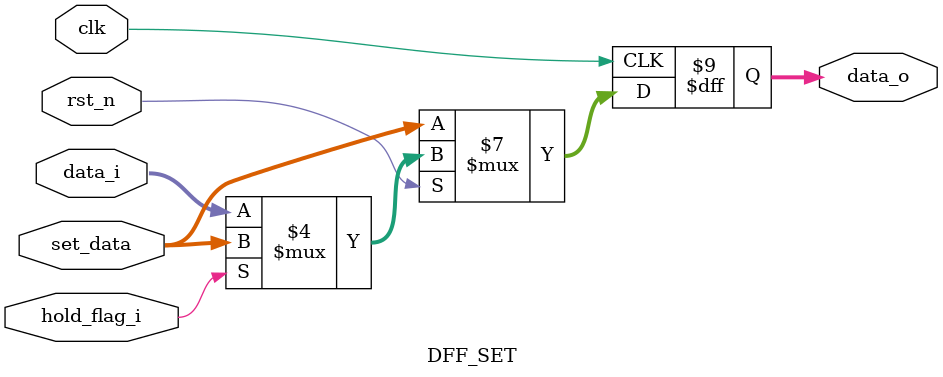
<source format=v>
module DFF_SET 
#
(
	parameter DW = 16
)
(
	input  wire          clk        ,
	input  wire          rst_n      ,
	input  wire 		 hold_flag_i,
	input  wire [DW-1:0] set_data   ,
	input  wire [DW-1:0] data_i     ,
	output reg  [DW-1:0] data_o
);
	always@(posedge clk)
	begin
		if(!rst_n)
			data_o <= set_data;
		else if(hold_flag_i)
			data_o <= set_data;
		else
			data_o <= data_i;
	end

endmodule



</source>
